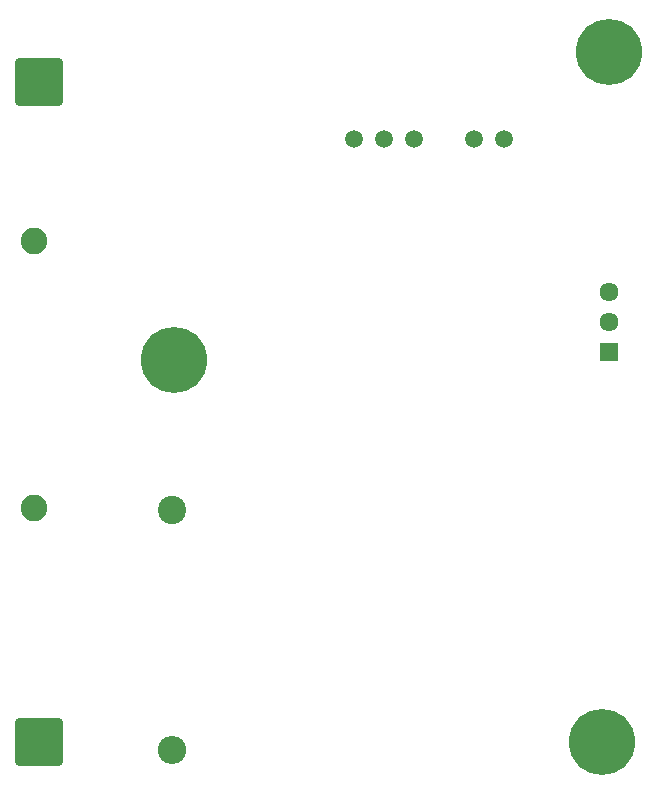
<source format=gbr>
%TF.GenerationSoftware,KiCad,Pcbnew,8.0.0*%
%TF.CreationDate,2024-04-17T18:34:43+02:00*%
%TF.ProjectId,TSAC_Voltage_Sensor,54534143-5f56-46f6-9c74-6167655f5365,rev?*%
%TF.SameCoordinates,Original*%
%TF.FileFunction,Soldermask,Bot*%
%TF.FilePolarity,Negative*%
%FSLAX46Y46*%
G04 Gerber Fmt 4.6, Leading zero omitted, Abs format (unit mm)*
G04 Created by KiCad (PCBNEW 8.0.0) date 2024-04-17 18:34:43*
%MOMM*%
%LPD*%
G01*
G04 APERTURE LIST*
G04 Aperture macros list*
%AMRoundRect*
0 Rectangle with rounded corners*
0 $1 Rounding radius*
0 $2 $3 $4 $5 $6 $7 $8 $9 X,Y pos of 4 corners*
0 Add a 4 corners polygon primitive as box body*
4,1,4,$2,$3,$4,$5,$6,$7,$8,$9,$2,$3,0*
0 Add four circle primitives for the rounded corners*
1,1,$1+$1,$2,$3*
1,1,$1+$1,$4,$5*
1,1,$1+$1,$6,$7*
1,1,$1+$1,$8,$9*
0 Add four rect primitives between the rounded corners*
20,1,$1+$1,$2,$3,$4,$5,0*
20,1,$1+$1,$4,$5,$6,$7,0*
20,1,$1+$1,$6,$7,$8,$9,0*
20,1,$1+$1,$8,$9,$2,$3,0*%
G04 Aperture macros list end*
%ADD10C,5.600000*%
%ADD11R,1.610000X1.610000*%
%ADD12C,1.610000*%
%ADD13RoundRect,0.250000X-1.750000X-1.750000X1.750000X-1.750000X1.750000X1.750000X-1.750000X1.750000X0*%
%ADD14C,2.250000*%
%ADD15C,2.400000*%
%ADD16O,2.400000X2.400000*%
%ADD17C,1.500000*%
G04 APERTURE END LIST*
D10*
%TO.C,*%
X132080000Y-60960000D03*
%TD*%
%TO.C,*%
X95250000Y-86995000D03*
%TD*%
%TO.C,*%
X131445000Y-119380000D03*
%TD*%
D11*
%TO.C,J1*%
X132080000Y-86360000D03*
D12*
X132080000Y-83820000D03*
X132080000Y-81280000D03*
%TD*%
D13*
%TO.C,TP2*%
X83820000Y-63500000D03*
%TD*%
%TO.C,TP1*%
X83820000Y-119380000D03*
%TD*%
D14*
%TO.C,F1*%
X83339117Y-99600885D03*
X83339117Y-77000885D03*
%TD*%
D15*
%TO.C,R1*%
X95085306Y-99757822D03*
D16*
X95085306Y-120077822D03*
%TD*%
D17*
%TO.C,PS1*%
X123190000Y-68315000D03*
X120650000Y-68315000D03*
X115570000Y-68315000D03*
X113030000Y-68315000D03*
X110490000Y-68315000D03*
%TD*%
M02*

</source>
